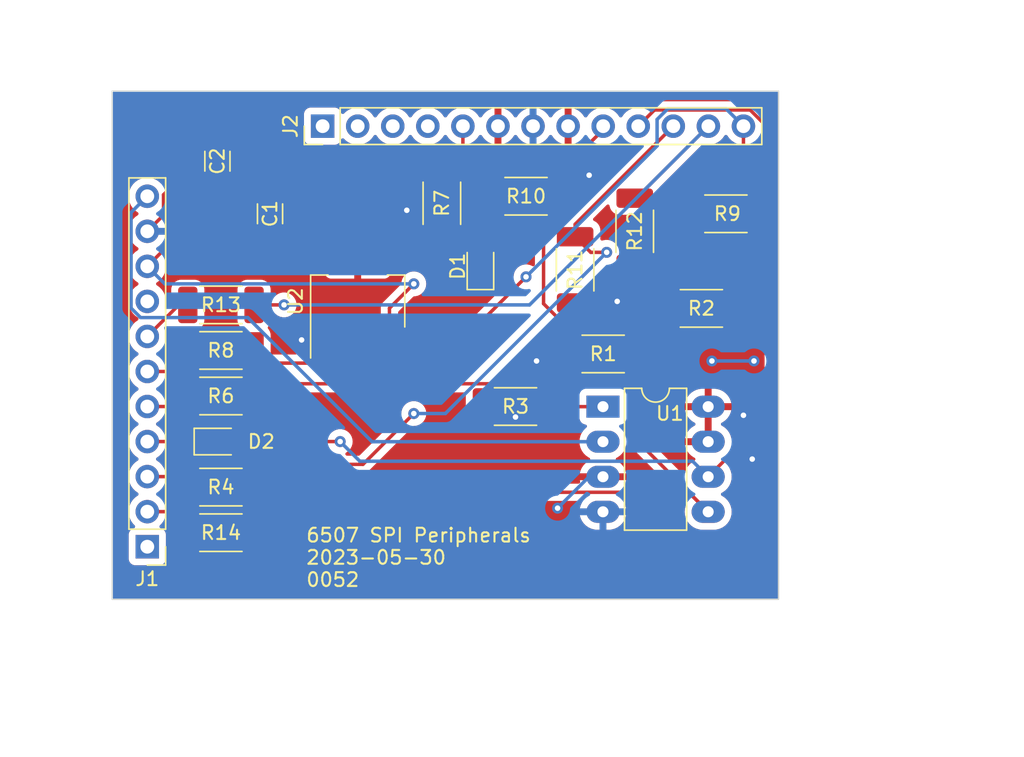
<source format=kicad_pcb>
(kicad_pcb (version 20221018) (generator pcbnew)
  (layers (0 "F.Cu" signal) (31 "B.Cu" signal) (34 "B.Paste" user) (35 "F.Paste" user) (36 "B.SilkS" user "B.Silkscreen") (37 "F.SilkS" user "F.Silkscreen") (38 "B.Mask" user) (39 "F.Mask" user) (44 "Edge.Cuts" user))
  (net 0 "")
  (net 1 "+3V3")
  (net 2 "GND")
  (net 3 "VCC")
  (net 4 "Net-(D1-K)")
  (net 6 "RST")
  (net 7 "CS_LCD")
  (net 8 "CS_ROM")
  (net 10 "CLK")
  (net 11 "SDO")
  (net 12 "C{slash}D")
  (net 13 "SO")
  (net 18 "Net-(J2-Pin_5)")
  (net 19 "Net-(J2-Pin_9)")
  (net 20 "Net-(D2-A)")
  (net 21 "Net-(J2-Pin_13)")
  (net 22 "Net-(U1-~{CS})")
  (net 23 "Net-(J2-Pin_11)")
  (net 24 "Net-(J2-Pin_12)")
  (footprint "Resistor_SMD:R_2010_5025Metric_Pad1.40x2.65mm_HandSolder" (layer "F.Cu") (at 163.83 91.44)
    (fp_text reference "R9" (at 0.1035 0) (layer "F.SilkS"))
    (fp_text value "1K")
    (fp_line (start -1.527064 -1.36) (end 1.527064 -1.36) (stroke (width 0.12)) (layer "F.SilkS"))
    (fp_line (start -1.527064 1.36) (end 1.527064 1.36) (stroke (width 0.12)) (layer "F.SilkS"))
    (pad "1" smd roundrect (at -2.4 0) (size 1.4 2.65) (layers "F.Cu" "F.Paste" "F.Mask") (roundrect_rratio 0.1785707143) (net 2 "GND"))
    (pad "2" smd roundrect (at 2.4 0) (size 1.4 2.65) (layers "F.Cu" "F.Paste" "F.Mask") (roundrect_rratio 0.1785707143) (net 21 "Net-(J2-Pin_13)"))
  )
  (footprint "Package_TO_SOT_SMD:SOT-223-3_TabPin2" (layer "F.Cu") (at 137.16 97.79 90)
    (fp_text reference "U2" (at 0 -4.5 90) (layer "F.SilkS"))
    (fp_text value "AMS1117")
    (fp_line (start -4.1 -3.41) (end 1.91 -3.41) (stroke (width 0.12)) (layer "F.SilkS"))
    (fp_line (start -1.85 3.41) (end 1.91 3.41) (stroke (width 0.12)) (layer "F.SilkS"))
    (fp_line (start 1.91 -3.41) (end 1.91 -2.15) (stroke (width 0.12)) (layer "F.SilkS"))
    (fp_line (start 1.91 3.41) (end 1.91 2.15) (stroke (width 0.12)) (layer "F.SilkS"))
    (pad "1" smd rect (at -3.15 -2.3 90) (size 2 1.5) (layers "F.Cu" "F.Paste" "F.Mask") (net 2 "GND"))
    (pad "2" smd rect (at -3.15 0 90) (size 2 1.5) (layers "F.Cu" "F.Paste" "F.Mask") (net 1 "+3V3"))
    (pad "2" smd rect (at 3.15 0 90) (size 2 3.8) (layers "F.Cu" "F.Paste" "F.Mask") (net 1 "+3V3"))
    (pad "3" smd rect (at -3.15 2.3 90) (size 2 1.5) (layers "F.Cu" "F.Paste" "F.Mask") (net 3 "VCC"))
  )
  (footprint "Connector_PinHeader_2.54mm:PinHeader_1x13_P2.54mm_Vertical" (layer "F.Cu") (at 134.62 85.09 90)
    (fp_text reference "J2" (at 0 -2.33 90) (layer "F.SilkS"))
    (fp_text value "Conn_01x13")
    (fp_line (start -1.33 -1.33) (end 0 -1.33) (stroke (width 0.12)) (layer "F.SilkS"))
    (fp_line (start -1.33 0) (end -1.33 -1.33) (stroke (width 0.12)) (layer "F.SilkS"))
    (fp_line (start -1.33 1.27) (end -1.33 31.81) (stroke (width 0.12)) (layer "F.SilkS"))
    (fp_line (start -1.33 1.27) (end 1.33 1.27) (stroke (width 0.12)) (layer "F.SilkS"))
    (fp_line (start -1.33 31.81) (end 1.33 31.81) (stroke (width 0.12)) (layer "F.SilkS"))
    (fp_line (start 1.33 1.27) (end 1.33 31.81) (stroke (width 0.12)) (layer "F.SilkS"))
    (pad "1" thru_hole rect (at 0 0 90) (size 1.7 1.7) (drill 1) (layers "*.Cu" "*.Mask"))
    (pad "2" thru_hole oval (at 0 2.54 90) (size 1.7 1.7) (drill 1) (layers "*.Cu" "*.Mask"))
    (pad "3" thru_hole oval (at 0 5.08 90) (size 1.7 1.7) (drill 1) (layers "*.Cu" "*.Mask"))
    (pad "4" thru_hole oval (at 0 7.62 90) (size 1.7 1.7) (drill 1) (layers "*.Cu" "*.Mask"))
    (pad "5" thru_hole oval (at 0 10.16 90) (size 1.7 1.7) (drill 1) (layers "*.Cu" "*.Mask") (net 18 "Net-(J2-Pin_5)"))
    (pad "6" thru_hole oval (at 0 12.7 90) (size 1.7 1.7) (drill 1) (layers "*.Cu" "*.Mask") (net 1 "+3V3"))
    (pad "7" thru_hole oval (at 0 15.24 90) (size 1.7 1.7) (drill 1) (layers "*.Cu" "*.Mask") (net 2 "GND"))
    (pad "8" thru_hole oval (at 0 17.78 90) (size 1.7 1.7) (drill 1) (layers "*.Cu" "*.Mask") (net 1 "+3V3"))
    (pad "9" thru_hole oval (at 0 20.32 90) (size 1.7 1.7) (drill 1) (layers "*.Cu" "*.Mask") (net 19 "Net-(J2-Pin_9)"))
    (pad "10" thru_hole oval (at 0 22.86 90) (size 1.7 1.7) (drill 1) (layers "*.Cu" "*.Mask") (net 20 "Net-(D2-A)"))
    (pad "11" thru_hole oval (at 0 25.4 90) (size 1.7 1.7) (drill 1) (layers "*.Cu" "*.Mask") (net 23 "Net-(J2-Pin_11)"))
    (pad "12" thru_hole oval (at 0 27.94 90) (size 1.7 1.7) (drill 1) (layers "*.Cu" "*.Mask") (net 24 "Net-(J2-Pin_12)"))
    (pad "13" thru_hole oval (at 0 30.48 90) (size 1.7 1.7) (drill 1) (layers "*.Cu" "*.Mask") (net 21 "Net-(J2-Pin_13)"))
  )
  (footprint "Resistor_SMD:R_2010_5025Metric_Pad1.40x2.65mm_HandSolder" (layer "F.Cu") (at 149.352 90.17 180)
    (fp_text reference "R10" (at 0 0 180) (layer "F.SilkS"))
    (fp_text value "1K")
    (fp_line (start -1.527064 -1.36) (end 1.527064 -1.36) (stroke (width 0.12)) (layer "F.SilkS"))
    (fp_line (start -1.527064 1.36) (end 1.527064 1.36) (stroke (width 0.12)) (layer "F.SilkS"))
    (pad "1" smd roundrect (at -2.4 0 180) (size 1.4 2.65) (layers "F.Cu" "F.Paste" "F.Mask") (roundrect_rratio 0.1785707143) (net 2 "GND"))
    (pad "2" smd roundrect (at 2.4 0 180) (size 1.4 2.65) (layers "F.Cu" "F.Paste" "F.Mask") (roundrect_rratio 0.1785707143) (net 4 "Net-(D1-K)"))
  )
  (footprint "Package_DIP:DIP-8_W7.62mm_LongPads" (layer "F.Cu") (at 154.925 105.42)
    (fp_text reference "U1" (at 4.841 0.498) (layer "F.SilkS"))
    (fp_text value "MX25L1005")
    (fp_line (start 1.56 -1.33) (end 1.56 8.95) (stroke (width 0.12)) (layer "F.SilkS"))
    (fp_line (start 1.56 8.95) (end 6.06 8.95) (stroke (width 0.12)) (layer "F.SilkS"))
    (fp_line (start 2.81 -1.33) (end 1.56 -1.33) (stroke (width 0.12)) (layer "F.SilkS"))
    (fp_line (start 6.06 -1.33) (end 4.81 -1.33) (stroke (width 0.12)) (layer "F.SilkS"))
    (fp_line (start 6.06 8.95) (end 6.06 -1.33) (stroke (width 0.12)) (layer "F.SilkS"))
    (fp_arc (start 4.81 -1.33) (mid 3.81 -0.33) (end 2.81 -1.33) (stroke (width 0.12)) (layer "F.SilkS"))
    (pad "1" thru_hole rect (at 0 0) (size 2.4 1.6) (drill 0.8) (layers "*.Cu" "*.Mask") (net 22 "Net-(U1-~{CS})"))
    (pad "2" thru_hole oval (at 0 2.54) (size 2.4 1.6) (drill 0.8) (layers "*.Cu" "*.Mask") (net 13 "SO"))
    (pad "3" thru_hole oval (at 0 5.08) (size 2.4 1.6) (drill 0.8) (layers "*.Cu" "*.Mask") (net 1 "+3V3"))
    (pad "4" thru_hole oval (at 0 7.62) (size 2.4 1.6) (drill 0.8) (layers "*.Cu" "*.Mask") (net 2 "GND"))
    (pad "5" thru_hole oval (at 7.62 7.62) (size 2.4 1.6) (drill 0.8) (layers "*.Cu" "*.Mask") (net 19 "Net-(J2-Pin_9)"))
    (pad "6" thru_hole oval (at 7.62 5.08) (size 2.4 1.6) (drill 0.8) (layers "*.Cu" "*.Mask") (net 20 "Net-(D2-A)"))
    (pad "7" thru_hole oval (at 7.62 2.54) (size 2.4 1.6) (drill 0.8) (layers "*.Cu" "*.Mask") (net 1 "+3V3"))
    (pad "8" thru_hole oval (at 7.62 0) (size 2.4 1.6) (drill 0.8) (layers "*.Cu" "*.Mask") (net 1 "+3V3"))
  )
  (footprint "Resistor_SMD:R_2010_5025Metric_Pad1.40x2.65mm_HandSolder" (layer "F.Cu") (at 143.256 90.678 90)
    (fp_text reference "R7" (at 0 0 90) (layer "F.SilkS"))
    (fp_text value "1K")
    (fp_line (start -1.527064 -1.36) (end 1.527064 -1.36) (stroke (width 0.12)) (layer "F.SilkS"))
    (fp_line (start -1.527064 1.36) (end 1.527064 1.36) (stroke (width 0.12)) (layer "F.SilkS"))
    (pad "1" smd roundrect (at -2.4 0 90) (size 1.4 2.65) (layers "F.Cu" "F.Paste" "F.Mask") (roundrect_rratio 0.1785707143) (net 2 "GND"))
    (pad "2" smd roundrect (at 2.4 0 90) (size 1.4 2.65) (layers "F.Cu" "F.Paste" "F.Mask") (roundrect_rratio 0.1785707143) (net 18 "Net-(J2-Pin_5)"))
  )
  (footprint "Resistor_SMD:R_2010_5025Metric_Pad1.40x2.65mm_HandSolder" (layer "F.Cu") (at 162.052 98.298 180)
    (fp_text reference "R2" (at 0 0 180) (layer "F.SilkS"))
    (fp_text value "1K")
    (fp_line (start -1.527064 -1.36) (end 1.527064 -1.36) (stroke (width 0.12)) (layer "F.SilkS"))
    (fp_line (start -1.527064 1.36) (end 1.527064 1.36) (stroke (width 0.12)) (layer "F.SilkS"))
    (pad "1" smd roundrect (at -2.4 0 180) (size 1.4 2.65) (layers "F.Cu" "F.Paste" "F.Mask") (roundrect_rratio 0.1785707143) (net 1 "+3V3"))
    (pad "2" smd roundrect (at 2.4 0 180) (size 1.4 2.65) (layers "F.Cu" "F.Paste" "F.Mask") (roundrect_rratio 0.1785707143) (net 20 "Net-(D2-A)"))
  )
  (footprint "Resistor_SMD:R_2010_5025Metric_Pad1.40x2.65mm_HandSolder" (layer "F.Cu") (at 127.254 114.554)
    (fp_text reference "R14" (at 0 0) (layer "F.SilkS"))
    (fp_text value "1K")
    (fp_line (start -1.527064 -1.36) (end 1.527064 -1.36) (stroke (width 0.12)) (layer "F.SilkS"))
    (fp_line (start -1.527064 1.36) (end 1.527064 1.36) (stroke (width 0.12)) (layer "F.SilkS"))
    (pad "1" smd roundrect (at -2.4 0) (size 1.4 2.65) (layers "F.Cu" "F.Paste" "F.Mask") (roundrect_rratio 0.1785707143) (net 12 "C{slash}D"))
    (pad "2" smd roundrect (at 2.4 0) (size 1.4 2.65) (layers "F.Cu" "F.Paste" "F.Mask") (roundrect_rratio 0.1785707143) (net 23 "Net-(J2-Pin_11)"))
  )
  (footprint "Diode_SMD:D_0805_2012Metric" (layer "F.Cu") (at 127 107.95)
    (fp_text reference "D2" (at 3.175 0) (layer "F.SilkS"))
    (fp_text value "D")
    (fp_line (start -1.685 -0.96) (end -1.685 0.96) (stroke (width 0.12)) (layer "F.SilkS"))
    (fp_line (start -1.685 0.96) (end 1 0.96) (stroke (width 0.12)) (layer "F.SilkS"))
    (fp_line (start 1 -0.96) (end -1.685 -0.96) (stroke (width 0.12)) (layer "F.SilkS"))
    (pad "1" smd roundrect (at -0.9375 0) (size 0.975 1.4) (layers "F.Cu" "F.Paste" "F.Mask") (net 10 "CLK"))
    (pad "2" smd roundrect (at 0.9375 0) (size 0.975 1.4) (layers "F.Cu" "F.Paste" "F.Mask") (net 20 "Net-(D2-A)"))
  )
  (footprint "Resistor_SMD:R_2010_5025Metric_Pad1.40x2.65mm_HandSolder" (layer "F.Cu") (at 127.254 104.648)
    (fp_text reference "R6" (at 0 0) (layer "F.SilkS"))
    (fp_text value "1K")
    (fp_line (start -1.527064 -1.36) (end 1.527064 -1.36) (stroke (width 0.12)) (layer "F.SilkS"))
    (fp_line (start -1.527064 1.36) (end 1.527064 1.36) (stroke (width 0.12)) (layer "F.SilkS"))
    (pad "1" smd roundrect (at -2.4 0) (size 1.4 2.65) (layers "F.Cu" "F.Paste" "F.Mask") (roundrect_rratio 0.1785707143) (net 8 "CS_ROM"))
    (pad "2" smd roundrect (at 2.4 0) (size 1.4 2.65) (layers "F.Cu" "F.Paste" "F.Mask") (roundrect_rratio 0.1785707143) (net 22 "Net-(U1-~{CS})"))
  )
  (footprint "Resistor_SMD:R_2010_5025Metric_Pad1.40x2.65mm_HandSolder" (layer "F.Cu") (at 127.254 111.252)
    (fp_text reference "R4" (at 0 0) (layer "F.SilkS"))
    (fp_text value "1K")
    (fp_line (start -1.527064 -1.36) (end 1.527064 -1.36) (stroke (width 0.12)) (layer "F.SilkS"))
    (fp_line (start -1.527064 1.36) (end 1.527064 1.36) (stroke (width 0.12)) (layer "F.SilkS"))
    (pad "1" smd roundrect (at -2.4 0) (size 1.4 2.65) (layers "F.Cu" "F.Paste" "F.Mask") (roundrect_rratio 0.1785707143) (net 11 "SDO"))
    (pad "2" smd roundrect (at 2.4 0) (size 1.4 2.65) (layers "F.Cu" "F.Paste" "F.Mask") (roundrect_rratio 0.1785707143) (net 19 "Net-(J2-Pin_9)"))
  )
  (footprint "Resistor_SMD:R_2010_5025Metric_Pad1.40x2.65mm_HandSolder" (layer "F.Cu") (at 157.226 92.71 90)
    (fp_text reference "R12" (at 0 0 90) (layer "F.SilkS"))
    (fp_text value "1K")
    (fp_line (start -1.527064 -1.36) (end 1.527064 -1.36) (stroke (width 0.12)) (layer "F.SilkS"))
    (fp_line (start -1.527064 1.36) (end 1.527064 1.36) (stroke (width 0.12)) (layer "F.SilkS"))
    (pad "1" smd roundrect (at -2.4 0 90) (size 1.4 2.65) (layers "F.Cu" "F.Paste" "F.Mask") (roundrect_rratio 0.1785707143) (net 2 "GND"))
    (pad "2" smd roundrect (at 2.4 0 90) (size 1.4 2.65) (layers "F.Cu" "F.Paste" "F.Mask") (roundrect_rratio 0.1785707143) (net 24 "Net-(J2-Pin_12)"))
  )
  (footprint "LED_SMD:LED_0805_2012Metric" (layer "F.Cu") (at 146.05 95.25 90)
    (fp_text reference "D1" (at 0 -1.65 90) (layer "F.SilkS"))
    (fp_text value "LED")
    (fp_line (start -1.685 -0.96) (end -1.685 0.96) (stroke (width 0.12)) (layer "F.SilkS"))
    (fp_line (start -1.685 0.96) (end 1 0.96) (stroke (width 0.12)) (layer "F.SilkS"))
    (fp_line (start 1 -0.96) (end -1.685 -0.96) (stroke (width 0.12)) (layer "F.SilkS"))
    (pad "1" smd roundrect (at -0.9375 0 90) (size 0.975 1.4) (layers "F.Cu" "F.Paste" "F.Mask") (net 4 "Net-(D1-K)"))
    (pad "2" smd roundrect (at 0.9375 0 90) (size 0.975 1.4) (layers "F.Cu" "F.Paste" "F.Mask") (net 1 "+3V3"))
  )
  (footprint "Connector_PinHeader_2.54mm:PinHeader_1x11_P2.54mm_Vertical" (layer "F.Cu") (at 121.92 115.57 180)
    (fp_text reference "J1" (at 0 -2.33) (layer "F.SilkS"))
    (fp_text value "Conn_01x11")
    (fp_line (start -1.33 -1.33) (end 0 -1.33) (stroke (width 0.12)) (layer "F.SilkS"))
    (fp_line (start -1.33 0) (end -1.33 -1.33) (stroke (width 0.12)) (layer "F.SilkS"))
    (fp_line (start -1.33 1.27) (end -1.33 26.73) (stroke (width 0.12)) (layer "F.SilkS"))
    (fp_line (start -1.33 1.27) (end 1.33 1.27) (stroke (width 0.12)) (layer "F.SilkS"))
    (fp_line (start -1.33 26.73) (end 1.33 26.73) (stroke (width 0.12)) (layer "F.SilkS"))
    (fp_line (start 1.33 1.27) (end 1.33 26.73) (stroke (width 0.12)) (layer "F.SilkS"))
    (pad "1" thru_hole rect (at 0 0 180) (size 1.7 1.7) (drill 1) (layers "*.Cu" "*.Mask"))
    (pad "2" thru_hole oval (at 0 2.54 180) (size 1.7 1.7) (drill 1) (layers "*.Cu" "*.Mask") (net 12 "C{slash}D"))
    (pad "3" thru_hole oval (at 0 5.08 180) (size 1.7 1.7) (drill 1) (layers "*.Cu" "*.Mask") (net 11 "SDO"))
    (pad "4" thru_hole oval (at 0 7.62 180) (size 1.7 1.7) (drill 1) (layers "*.Cu" "*.Mask") (net 10 "CLK"))
    (pad "5" thru_hole oval (at 0 10.16 180) (size 1.7 1.7) (drill 1) (layers "*.Cu" "*.Mask") (net 8 "CS_ROM"))
    (pad "6" thru_hole oval (at 0 12.7 180) (size 1.7 1.7) (drill 1) (layers "*.Cu" "*.Mask") (net 7 "CS_LCD"))
    (pad "7" thru_hole oval (at 0 15.24 180) (size 1.7 1.7) (drill 1) (layers "*.Cu" "*.Mask") (net 6 "RST"))
    (pad "8" thru_hole oval (at 0 17.78 180) (size 1.7 1.7) (drill 1) (layers "*.Cu" "*.Mask"))
    (pad "9" thru_hole oval (at 0 20.32 180) (size 1.7 1.7) (drill 1) (layers "*.Cu" "*.Mask") (net 3 "VCC"))
    (pad "10" thru_hole oval (at 0 22.86 180) (size 1.7 1.7) (drill 1) (layers "*.Cu" "*.Mask") (net 2 "GND"))
    (pad "11" thru_hole oval (at 0 25.4 180) (size 1.7 1.7) (drill 1) (layers "*.Cu" "*.Mask") (net 13 "SO"))
  )
  (footprint "Resistor_SMD:R_2010_5025Metric_Pad1.40x2.65mm_HandSolder" (layer "F.Cu") (at 152.908 95.504 90)
    (fp_text reference "R11" (at 0 0 90) (layer "F.SilkS"))
    (fp_text value "1K")
    (fp_line (start -1.527064 -1.36) (end 1.527064 -1.36) (stroke (width 0.12)) (layer "F.SilkS"))
    (fp_line (start -1.527064 1.36) (end 1.527064 1.36) (stroke (width 0.12)) (layer "F.SilkS"))
    (pad "1" smd roundrect (at -2.4 0 90) (size 1.4 2.65) (layers "F.Cu" "F.Paste" "F.Mask") (roundrect_rratio 0.1785707143) (net 2 "GND"))
    (pad "2" smd roundrect (at 2.4 0 90) (size 1.4 2.65) (layers "F.Cu" "F.Paste" "F.Mask") (roundrect_rratio 0.1785707143) (net 23 "Net-(J2-Pin_11)"))
  )
  (footprint "Resistor_SMD:R_2010_5025Metric_Pad1.40x2.65mm_HandSolder" (layer "F.Cu") (at 154.94 101.6 180)
    (fp_text reference "R1" (at 0 0 180) (layer "F.SilkS"))
    (fp_text value "1K")
    (fp_line (start -1.527064 -1.36) (end 1.527064 -1.36) (stroke (width 0.12)) (layer "F.SilkS"))
    (fp_line (start -1.527064 1.36) (end 1.527064 1.36) (stroke (width 0.12)) (layer "F.SilkS"))
    (pad "1" smd roundrect (at -2.4 0 180) (size 1.4 2.65) (layers "F.Cu" "F.Paste" "F.Mask") (roundrect_rratio 0.1785707143) (net 19 "Net-(J2-Pin_9)"))
    (pad "2" smd roundrect (at 2.4 0 180) (size 1.4 2.65) (layers "F.Cu" "F.Paste" "F.Mask") (roundrect_rratio 0.1785707143) (net 2 "GND"))
  )
  (footprint "Capacitor_SMD:C_1206_3216Metric" (layer "F.Cu") (at 127 87.63 90)
    (fp_text reference "C2" (at 0 0 90) (layer "F.SilkS"))
    (fp_text value "100nF")
    (fp_line (start -0.711252 -0.91) (end 0.711252 -0.91) (stroke (width 0.12)) (layer "F.SilkS"))
    (fp_line (start -0.711252 0.91) (end 0.711252 0.91) (stroke (width 0.12)) (layer "F.SilkS"))
    (pad "1" smd roundrect (at -1.475 0 90) (size 1.15 1.8) (layers "F.Cu" "F.Paste" "F.Mask") (roundrect_rratio 0.2173913043) (net 3 "VCC"))
    (pad "2" smd roundrect (at 1.475 0 90) (size 1.15 1.8) (layers "F.Cu" "F.Paste" "F.Mask") (roundrect_rratio 0.2173913043) (net 2 "GND"))
  )
  (footprint "Resistor_SMD:R_2010_5025Metric_Pad1.40x2.65mm_HandSolder" (layer "F.Cu") (at 127.254 101.346)
    (fp_text reference "R8" (at 0 0) (layer "F.SilkS"))
    (fp_text value "1K")
    (fp_line (start -1.527064 -1.36) (end 1.527064 -1.36) (stroke (width 0.12)) (layer "F.SilkS"))
    (fp_line (start -1.527064 1.36) (end 1.527064 1.36) (stroke (width 0.12)) (layer "F.SilkS"))
    (pad "1" smd roundrect (at -2.4 0) (size 1.4 2.65) (layers "F.Cu" "F.Paste" "F.Mask") (roundrect_rratio 0.1785707143) (net 7 "CS_LCD"))
    (pad "2" smd roundrect (at 2.4 0) (size 1.4 2.65) (layers "F.Cu" "F.Paste" "F.Mask") (roundrect_rratio 0.1785707143) (net 21 "Net-(J2-Pin_13)"))
  )
  (footprint "Resistor_SMD:R_2010_5025Metric_Pad1.40x2.65mm_HandSolder" (layer "F.Cu") (at 148.59 105.41 180)
    (fp_text reference "R3" (at 0 0 180) (layer "F.SilkS"))
    (fp_text value "1K")
    (fp_line (start -1.527064 -1.36) (end 1.527064 -1.36) (stroke (width 0.12)) (layer "F.SilkS"))
    (fp_line (start -1.527064 1.36) (end 1.527064 1.36) (stroke (width 0.12)) (layer "F.SilkS"))
    (pad "1" smd roundrect (at -2.4 0 180) (size 1.4 2.65) (layers "F.Cu" "F.Paste" "F.Mask") (roundrect_rratio 0.1785707143) (net 22 "Net-(U1-~{CS})"))
    (pad "2" smd roundrect (at 2.4 0 180) (size 1.4 2.65) (layers "F.Cu" "F.Paste" "F.Mask") (roundrect_rratio 0.1785707143) (net 2 "GND"))
  )
  (footprint "Resistor_SMD:R_2010_5025Metric_Pad1.40x2.65mm_HandSolder" (layer "F.Cu") (at 127.254 98.044)
    (fp_text reference "R13" (at 0 0) (layer "F.SilkS"))
    (fp_text value "1K")
    (fp_line (start -1.527064 -1.36) (end 1.527064 -1.36) (stroke (width 0.12)) (layer "F.SilkS"))
    (fp_line (start -1.527064 1.36) (end 1.527064 1.36) (stroke (width 0.12)) (layer "F.SilkS"))
    (pad "1" smd roundrect (at -2.4 0) (size 1.4 2.65) (layers "F.Cu" "F.Paste" "F.Mask") (roundrect_rratio 0.1785707143) (net 6 "RST"))
    (pad "2" smd roundrect (at 2.4 0) (size 1.4 2.65) (layers "F.Cu" "F.Paste" "F.Mask") (roundrect_rratio 0.1785707143) (net 24 "Net-(J2-Pin_12)"))
  )
  (footprint "Capacitor_SMD:C_1206_3216Metric" (layer "F.Cu") (at 130.81 91.44 90)
    (fp_text reference "C1" (at 0 0 90) (layer "F.SilkS"))
    (fp_text value "100nF")
    (fp_line (start -0.711252 -0.91) (end 0.711252 -0.91) (stroke (width 0.12)) (layer "F.SilkS"))
    (fp_line (start -0.711252 0.91) (end 0.711252 0.91) (stroke (width 0.12)) (layer "F.SilkS"))
    (pad "1" smd roundrect (at -1.475 0 90) (size 1.15 1.8) (layers "F.Cu" "F.Paste" "F.Mask") (roundrect_rratio 0.2173913043) (net 1 "+3V3"))
    (pad "2" smd roundrect (at 1.475 0 90) (size 1.15 1.8) (layers "F.Cu" "F.Paste" "F.Mask") (roundrect_rratio 0.2173913043) (net 2 "GND"))
  )
  (gr_rect (start 119.38 82.55) (end 167.64 119.38) (stroke (width 0.1)) (fill none) (layer "Edge.Cuts"))
  (gr_text "6507 SPI Peripherals\n2023-05-30\n0052" (at 133.35 118.545276) (layer "F.SilkS") (effects (font (size 1 1)) (justify left bottom)))
  (segment (start 137.16 94.64) (end 137.16 100.94) (width 0.25) (layer "F.Cu") (net 1))
  (segment (start 132.535 94.64) (end 137.16 94.64) (width 0.25) (layer "F.Cu") (net 1))
  (segment (start 145.7225 94.64) (end 137.16 94.64) (width 0.25) (layer "F.Cu") (net 1))
  (segment (start 145.927 87.945173) (end 145.927 94.1895) (width 0.25) (layer "F.Cu") (net 1))
  (segment (start 130.81 92.915) (end 132.535 94.64) (width 0.25) (layer "F.Cu") (net 1))
  (segment (start 147.32 85.09) (end 147.32 86.552173) (width 0.25) (layer "F.Cu") (net 1))
  (segment (start 146.05 94.3125) (end 145.7225 94.64) (width 0.25) (layer "F.Cu") (net 1))
  (segment (start 147.32 86.552173) (end 145.927 87.945173) (width 0.25) (layer "F.Cu") (net 1))
  (segment (start 145.927 94.1895) (end 146.05 94.3125) (width 0.25) (layer "F.Cu") (net 1))
  (via (at 151.638 112.776) (size 0.8) (drill 0.4) (layers "F.Cu" "B.Cu") (net 1))
  (via (at 162.814 102.108) (size 0.8) (drill 0.4) (layers "F.Cu" "B.Cu") (net 1))
  (via (at 165.1 106.045) (size 0.8) (drill 0.4) (layers "F.Cu" "B.Cu") (net 1))
  (via (at 165.735 109.22) (size 0.8) (drill 0.4) (layers "F.Cu" "B.Cu") (net 1))
  (via (at 165.862 102.108) (size 0.8) (drill 0.4) (layers "F.Cu" "B.Cu") (net 1))
  (segment (start 165.862 102.108) (end 162.814 102.108) (width 0.25) (layer "B.Cu") (net 1))
  (segment (start 165.1 108.585) (end 165.735 109.22) (width 0.25) (layer "B.Cu") (net 1))
  (segment (start 154.925 110.5) (end 153.914 110.5) (width 0.25) (layer "B.Cu") (net 1))
  (segment (start 153.914 110.5) (end 151.638 112.776) (width 0.25) (layer "B.Cu") (net 1))
  (segment (start 165.1 106.045) (end 165.1 108.585) (width 0.25) (layer "B.Cu") (net 1))
  (segment (start 123.095 91.535) (end 123.095 90.06) (width 0.25) (layer "F.Cu") (net 2))
  (segment (start 152.908 97.904) (end 155.842 97.904) (width 0.25) (layer "F.Cu") (net 2))
  (segment (start 121.92 92.71) (end 123.095 91.535) (width 0.25) (layer "F.Cu") (net 2))
  (segment (start 151.752 90.17) (end 152.4 90.17) (width 0.25) (layer "F.Cu") (net 2))
  (segment (start 130.81 89.965) (end 127 86.155) (width 0.25) (layer "F.Cu") (net 2))
  (segment (start 155.842 97.904) (end 155.956 97.79) (width 0.25) (layer "F.Cu") (net 2))
  (segment (start 152.4 90.17) (end 153.924 88.646) (width 0.25) (layer "F.Cu") (net 2))
  (segment (start 155.956 96.38) (end 157.226 95.11) (width 0.25) (layer "F.Cu") (net 2))
  (segment (start 150.622 101.6) (end 150.114 102.108) (width 0.25) (layer "F.Cu") (net 2))
  (segment (start 123.095 90.06) (end 127 86.155) (width 0.25) (layer "F.Cu") (net 2))
  (segment (start 142.608 93.078) (end 140.716 91.186) (width 0.25) (layer "F.Cu") (net 2))
  (segment (start 143.256 93.078) (end 142.608 93.078) (width 0.25) (layer "F.Cu") (net 2))
  (segment (start 157.76 95.11) (end 161.43 91.44) (width 0.25) (layer "F.Cu") (net 2))
  (segment (start 146.19 105.41) (end 146.952 106.172) (width 0.25) (layer "F.Cu") (net 2))
  (segment (start 157.226 95.11) (end 157.76 95.11) (width 0.25) (layer "F.Cu") (net 2))
  (segment (start 155.956 97.79) (end 155.956 96.38) (width 0.25) (layer "F.Cu") (net 2))
  (segment (start 152.54 101.6) (end 150.622 101.6) (width 0.25) (layer "F.Cu") (net 2))
  (segment (start 134.86 100.94) (end 133.452 100.94) (width 0.25) (layer "F.Cu") (net 2))
  (segment (start 133.452 100.94) (end 133.096 100.584) (width 0.25) (layer "F.Cu") (net 2))
  (segment (start 146.952 106.172) (end 148.59 106.172) (width 0.25) (layer "F.Cu") (net 2))
  (via (at 155.956 97.79) (size 0.8) (drill 0.4) (layers "F.Cu" "B.Cu") (net 2))
  (via (at 153.924 88.646) (size 0.8) (drill 0.4) (layers "F.Cu" "B.Cu") (net 2))
  (via (at 140.716 91.186) (size 0.8) (drill 0.4) (layers "F.Cu" "B.Cu") (net 2))
  (via (at 148.59 106.172) (size 0.8) (drill 0.4) (layers "F.Cu" "B.Cu") (net 2))
  (via (at 150.114 102.108) (size 0.8) (drill 0.4) (layers "F.Cu" "B.Cu") (net 2))
  (via (at 133.096 100.584) (size 0.8) (drill 0.4) (layers "F.Cu" "B.Cu") (net 2))
  (segment (start 127 89.105) (end 127 90.17) (width 0.25) (layer "F.Cu") (net 3))
  (segment (start 139.46 98.284) (end 141.224 96.52) (width 0.25) (layer "F.Cu") (net 3))
  (segment (start 127 90.17) (end 121.92 95.25) (width 0.25) (layer "F.Cu") (net 3))
  (segment (start 139.46 100.94) (end 139.46 98.284) (width 0.25) (layer "F.Cu") (net 3))
  (via (at 141.224 96.52) (size 0.8) (drill 0.4) (layers "F.Cu" "B.Cu") (net 3))
  (segment (start 141.224 96.52) (end 123.19 96.52) (width 0.25) (layer "B.Cu") (net 3))
  (segment (start 123.19 96.52) (end 121.92 95.25) (width 0.25) (layer "B.Cu") (net 3))
  (segment (start 147.075 90.293) (end 147.075 95.1625) (width 0.25) (layer "F.Cu") (net 4))
  (segment (start 146.952 90.17) (end 147.075 90.293) (width 0.25) (layer "F.Cu") (net 4))
  (segment (start 147.075 95.1625) (end 146.05 96.1875) (width 0.25) (layer "F.Cu") (net 4))
  (segment (start 124.206 98.044) (end 121.92 100.33) (width 0.25) (layer "F.Cu") (net 6))
  (segment (start 124.854 98.044) (end 124.206 98.044) (width 0.25) (layer "F.Cu") (net 6))
  (segment (start 124.854 101.346) (end 123.33 102.87) (width 0.25) (layer "F.Cu") (net 7))
  (segment (start 123.33 102.87) (end 121.92 102.87) (width 0.25) (layer "F.Cu") (net 7))
  (segment (start 124.092 105.41) (end 121.92 105.41) (width 0.25) (layer "F.Cu") (net 8))
  (segment (start 124.854 104.648) (end 124.092 105.41) (width 0.25) (layer "F.Cu") (net 8))
  (segment (start 126.0625 107.95) (end 121.92 107.95) (width 0.25) (layer "F.Cu") (net 10))
  (segment (start 124.854 111.252) (end 124.092 110.49) (width 0.25) (layer "F.Cu") (net 11))
  (segment (start 124.092 110.49) (end 121.92 110.49) (width 0.25) (layer "F.Cu") (net 11))
  (segment (start 121.92 113.03) (end 123.33 113.03) (width 0.25) (layer "F.Cu") (net 12))
  (segment (start 123.33 113.03) (end 124.854 114.554) (width 0.25) (layer "F.Cu") (net 12))
  (segment (start 138.195305 107.96) (end 129.200305 98.965) (width 0.25) (layer "B.Cu") (net 13))
  (segment (start 129.200305 98.965) (end 121.433299 98.965) (width 0.25) (layer "B.Cu") (net 13))
  (segment (start 120.745 98.276701) (end 120.745 91.345) (width 0.25) (layer "B.Cu") (net 13))
  (segment (start 154.925 107.96) (end 138.195305 107.96) (width 0.25) (layer "B.Cu") (net 13))
  (segment (start 120.745 91.345) (end 121.92 90.17) (width 0.25) (layer "B.Cu") (net 13))
  (segment (start 121.433299 98.965) (end 120.745 98.276701) (width 0.25) (layer "B.Cu") (net 13))
  (segment (start 144.78 86.754) (end 144.78 85.09) (width 0.25) (layer "F.Cu") (net 18))
  (segment (start 143.256 88.278) (end 144.78 86.754) (width 0.25) (layer "F.Cu") (net 18))
  (segment (start 150.622 88.961827) (end 151.063827 88.52) (width 0.25) (layer "F.Cu") (net 19))
  (segment (start 157.34 107.835) (end 162.545 113.04) (width 0.25) (layer "F.Cu") (net 19))
  (segment (start 150.622 97.956173) (end 150.622 88.961827) (width 0.25) (layer "F.Cu") (net 19))
  (segment (start 151.063827 88.52) (end 151.764 88.52) (width 0.25) (layer "F.Cu") (net 19))
  (segment (start 157.34 101.6) (end 154.669 98.929) (width 0.25) (layer "F.Cu") (net 19))
  (segment (start 161.13 111.625) (end 162.545 113.04) (width 0.25) (layer "F.Cu") (net 19))
  (segment (start 154.669 98.929) (end 151.594827 98.929) (width 0.25) (layer "F.Cu") (net 19))
  (segment (start 129.654 111.252) (end 130.027 111.625) (width 0.25) (layer "F.Cu") (net 19))
  (segment (start 130.027 111.625) (end 161.13 111.625) (width 0.25) (layer "F.Cu") (net 19))
  (segment (start 157.34 101.6) (end 157.34 107.835) (width 0.25) (layer "F.Cu") (net 19))
  (segment (start 151.594827 98.929) (end 150.622 97.956173) (width 0.25) (layer "F.Cu") (net 19))
  (segment (start 154.94 85.344) (end 154.94 85.09) (width 0.25) (layer "F.Cu") (net 19))
  (segment (start 151.764 88.52) (end 154.94 85.344) (width 0.25) (layer "F.Cu") (net 19))
  (segment (start 158.655 83.915) (end 157.48 85.09) (width 0.25) (layer "F.Cu") (net 20))
  (segment (start 159.652 98.298) (end 162.7 95.25) (width 0.25) (layer "F.Cu") (net 20))
  (segment (start 167.255 85.583299) (end 167.255 94.615) (width 0.25) (layer "F.Cu") (net 20))
  (segment (start 167.255 105.79) (end 162.545 110.5) (width 0.25) (layer "F.Cu") (net 20))
  (segment (start 166.62 95.25) (end 167.255 94.615) (width 0.25) (layer "F.Cu") (net 20))
  (segment (start 165.586701 83.915) (end 158.655 83.915) (width 0.25) (layer "F.Cu") (net 20))
  (segment (start 167.255 94.615) (end 167.255 105.79) (width 0.25) (layer "F.Cu") (net 20))
  (segment (start 167.255 85.583299) (end 165.586701 83.915) (width 0.25) (layer "F.Cu") (net 20))
  (segment (start 127.9375 107.95) (end 135.89 107.95) (width 0.25) (layer "F.Cu") (net 20))
  (segment (start 159.144 97.79) (end 159.652 98.298) (width 0.25) (layer "F.Cu") (net 20))
  (segment (start 162.7 95.25) (end 166.62 95.25) (width 0.25) (layer "F.Cu") (net 20))
  (via (at 135.89 107.95) (size 0.8) (drill 0.4) (layers "F.Cu" "B.Cu") (net 20))
  (segment (start 137.315 109.375) (end 161.42 109.375) (width 0.25) (layer "B.Cu") (net 20))
  (segment (start 161.42 109.375) (end 162.545 110.5) (width 0.25) (layer "B.Cu") (net 20))
  (segment (start 135.89 107.95) (end 137.315 109.375) (width 0.25) (layer "B.Cu") (net 20))
  (segment (start 143.099 102.265) (end 149.352 96.012) (width 0.25) (layer "F.Cu") (net 21))
  (segment (start 165.1 90.31) (end 166.23 91.44) (width 0.25) (layer "F.Cu") (net 21))
  (segment (start 129.654 101.346) (end 130.573 102.265) (width 0.25) (layer "F.Cu") (net 21))
  (segment (start 165.1 85.09) (end 165.1 90.31) (width 0.25) (layer "F.Cu") (net 21))
  (segment (start 130.573 102.265) (end 143.099 102.265) (width 0.25) (layer "F.Cu") (net 21))
  (via (at 149.352 96.012) (size 0.8) (drill 0.4) (layers "F.Cu" "B.Cu") (net 21))
  (segment (start 149.352 96.012) (end 158.845 86.519) (width 0.25) (layer "B.Cu") (net 21))
  (segment (start 159.628299 83.82) (end 163.83 83.82) (width 0.25) (layer "B.Cu") (net 21))
  (segment (start 163.83 83.82) (end 165.1 85.09) (width 0.25) (layer "B.Cu") (net 21))
  (segment (start 158.845 84.603299) (end 159.628299 83.82) (width 0.25) (layer "B.Cu") (net 21))
  (segment (start 158.845 86.519) (end 158.845 84.603299) (width 0.25) (layer "B.Cu") (net 21))
  (segment (start 149.34 103.76) (end 150.99 105.41) (width 0.25) (layer "F.Cu") (net 22))
  (segment (start 129.654 104.648) (end 130.542 103.76) (width 0.25) (layer "F.Cu") (net 22))
  (segment (start 130.542 103.76) (end 149.34 103.76) (width 0.25) (layer "F.Cu") (net 22))
  (segment (start 150.99 105.41) (end 151 105.42) (width 0.25) (layer "F.Cu") (net 22))
  (segment (start 151 105.42) (end 154.925 105.42) (width 0.25) (layer "F.Cu") (net 22))
  (segment (start 152.908 93.104) (end 152.908 92.202) (width 0.25) (layer "F.Cu") (net 23))
  (segment (start 128.629 109.938827) (end 128.967827 109.6) (width 0.25) (layer "F.Cu") (net 23))
  (segment (start 155.194 94.234) (end 154.038 94.234) (width 0.25) (layer "F.Cu") (net 23))
  (segment (start 152.908 92.202) (end 160.02 85.09) (width 0.25) (layer "F.Cu") (net 23))
  (segment (start 137.542 109.6) (end 141.224 105.918) (width 0.25) (layer "F.Cu") (net 23))
  (segment (start 154.038 94.234) (end 152.908 93.104) (width 0.25) (layer "F.Cu") (net 23))
  (segment (start 128.629 113.529) (end 128.629 109.938827) (width 0.25) (layer "F.Cu") (net 23))
  (segment (start 129.654 114.554) (end 128.629 113.529) (width 0.25) (layer "F.Cu") (net 23))
  (segment (start 128.967827 109.6) (end 137.542 109.6) (width 0.25) (layer "F.Cu") (net 23))
  (via (at 141.224 105.918) (size 0.8) (drill 0.4) (layers "F.Cu" "B.Cu") (net 23))
  (via (at 155.194 94.234) (size 0.8) (drill 0.4) (layers "F.Cu" "B.Cu") (net 23))
  (segment (start 143.51 105.918) (end 155.194 94.234) (width 0.25) (layer "B.Cu") (net 23))
  (segment (start 141.224 105.918) (end 143.51 105.918) (width 0.25) (layer "B.Cu") (net 23))
  (segment (start 157.34 90.31) (end 162.56 85.09) (width 0.25) (layer "F.Cu") (net 24))
  (segment (start 129.654 98.044) (end 131.826 98.044) (width 0.25) (layer "F.Cu") (net 24))
  (segment (start 157.226 90.31) (end 157.34 90.31) (width 0.25) (layer "F.Cu") (net 24))
  (via (at 131.826 98.044) (size 0.8) (drill 0.4) (layers "F.Cu" "B.Cu") (net 24))
  (segment (start 131.826 98.044) (end 149.606 98.044) (width 0.25) (layer "B.Cu") (net 24))
  (segment (start 149.606 98.044) (end 162.56 85.09) (width 0.25) (layer "B.Cu") (net 24))
  (zone (net 1) (net_name "+3V3") (layer "F.Cu") (connect_pads (clearance 0.5)) (min_thickness 0.25) (fill yes (thermal_gap 0.5) (thermal_bridge_width 0.5))
    (polygon (pts (xy 116.84 79.502) (xy 172.72 79.248) (xy 174.498 123.444) (xy 114.046 125.222)))
  )
  (zone (net 2) (net_name "GND") (layer "B.Cu") (priority 1) (connect_pads (clearance 0.5)) (min_thickness 0.25) (fill yes (thermal_gap 0.5) (thermal_bridge_width 0.5))
    (polygon (pts (xy 112.522 75.946) (xy 185.42 76.454) (xy 180.848 130.048) (xy 111.252 130.81)))
  )
)
</source>
